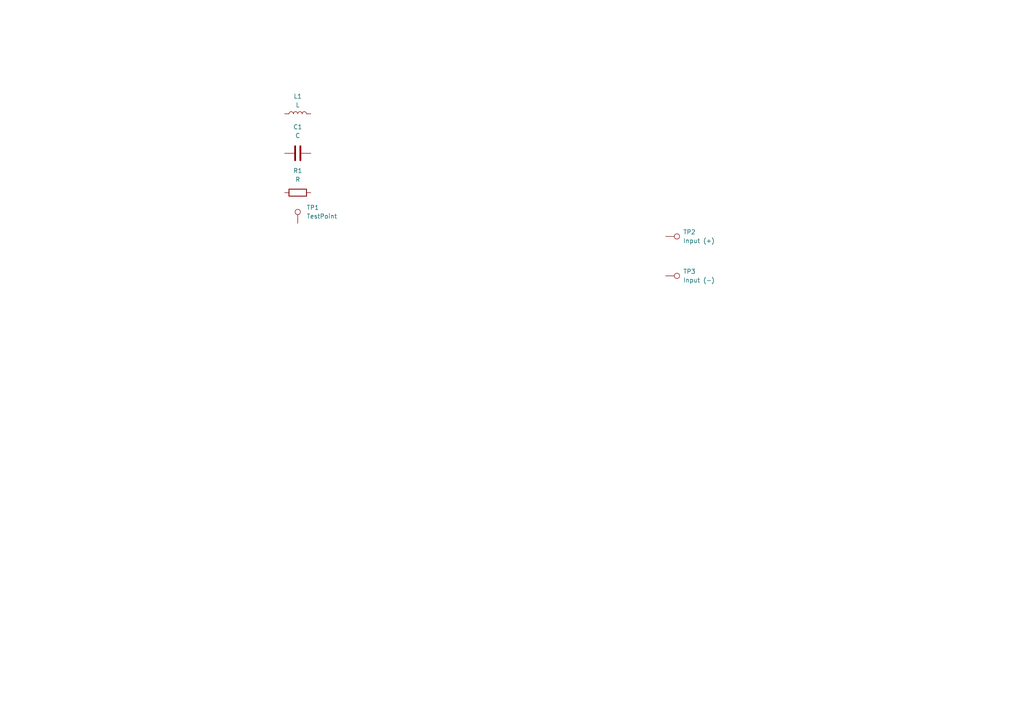
<source format=kicad_sch>
(kicad_sch (version 20250114) (generator "eeschema") (generator_version "9.0")
  (paper "A4")
  (lib_symbols
    (symbol "Connector:TestPoint" (pin_numbers (hide yes)) (pin_names (offset 0.762) (hide yes))
      (property "Reference" "TP" (at 0 6.858 0))
      (property "Value" "TestPoint" (at 0 5.08 0))
      (symbol "TestPoint_0_1"
        (circle (center 0 3.302) (radius 0.762))
      )
      (symbol "TestPoint_1_1"
        (pin passive line (at 0 0 90) (length 2.54) (name "1") (number "1"))
      )
    )
    (symbol "Device:C" (pin_numbers (hide yes)) (pin_names (offset 0.254))
      (property "Reference" "C" (at 0.635 2.54 0))
      (property "Value" "C" (at 0.635 -2.54 0))
      (symbol "C_0_1"
        (polyline (pts (xy -2.032 0.762) (xy 2.032 0.762)) (stroke (width 0.508)))
        (polyline (pts (xy -2.032 -0.762) (xy 2.032 -0.762)) (stroke (width 0.508)))
      )
      (symbol "C_1_1"
        (pin passive line (at 0 3.81 270) (length 2.794) (name "~") (number "1"))
        (pin passive line (at 0 -3.81 90) (length 2.794) (name "~") (number "2"))
      )
    )
    (symbol "Device:L" (pin_numbers (hide yes)) (pin_names (offset 1.016) (hide yes))
      (property "Reference" "L" (at -1.27 0 90))
      (property "Value" "L" (at 1.905 0 90))
      (symbol "L_0_1"
        (arc (start 0 2.54) (mid 0.6323 1.905) (end 0 1.27))
        (arc (start 0 1.27) (mid 0.6323 0.635) (end 0 0))
        (arc (start 0 0) (mid 0.6323 -0.635) (end 0 -1.27))
        (arc (start 0 -1.27) (mid 0.6323 -1.905) (end 0 -2.54))
      )
      (symbol "L_1_1"
        (pin passive line (at 0 3.81 270) (length 1.27) (name "1") (number "1"))
        (pin passive line (at 0 -3.81 90) (length 1.27) (name "2") (number "2"))
      )
    )
    (symbol "Device:R" (pin_numbers (hide yes)) (pin_names (offset 0))
      (property "Reference" "R" (at 2.032 0 90))
      (property "Value" "R" (at 0 0 90))
      (symbol "R_0_1"
        (rectangle (start -1.016 -2.54) (end 1.016 2.54) (stroke (width 0.254)))
      )
      (symbol "R_1_1"
        (pin passive line (at 0 3.81 270) (length 1.27) (name "~") (number "1"))
        (pin passive line (at 0 -3.81 90) (length 1.27) (name "~") (number "2"))
      )
    )
  )
  (symbol (lib_id "Device:L") (at 86.36 33.02 90) (unit 1)
    (property "Reference" "L1" (at 86.36 27.94 90))
    (property "Value" "L" (at 86.36 30.48 90))
    (property "Description" "Inductor" (effects (hide yes)))
  )
  (symbol (lib_id "Connector:TestPoint") (at 193.04 80.01 270) (unit 1)
    (property "Reference" "TP3" (at 198.12 78.7399 90) (effects (justify left)))
    (property "Value" "Input (-)" (at 198.12 81.2799 90) (effects (justify left)))
    (property "Footprint" "TestPoint:TestPoint_Pad_D1.5mm" (effects (hide yes)))
    (property "Description" "test point" (effects (hide yes)))
  )
  (symbol (lib_id "Device:R") (at 86.36 55.88 90) (unit 1)
    (property "Reference" "R1" (at 86.36 49.53 90))
    (property "Value" "R" (at 86.36 52.07 90))
    (property "Description" "Resistor" (effects (hide yes)))
  )
  (symbol (lib_id "Device:C") (at 86.36 44.45 90) (unit 1)
    (property "Reference" "C1" (at 86.36 36.83 90))
    (property "Value" "C" (at 86.36 39.37 90))
    (property "Footprint" "Capacitor_SMD:C_0201_0603Metric_Pad0.64x0.40mm_HandSolder" (effects (hide yes)))
    (property "Description" "Unpolarized capacitor" (effects (hide yes)))
  )
  (symbol (lib_id "Connector:TestPoint") (at 86.36 64.77 0) (unit 1)
    (property "Reference" "TP1" (at 88.9 60.1979 0) (effects (justify left)))
    (property "Value" "TestPoint" (at 88.9 62.7379 0) (effects (justify left)))
    (property "Footprint" "TestPoint:TestPoint_Pad_D1.5mm" (effects (hide yes)))
    (property "Description" "test point" (effects (hide yes)))
  )
  (symbol (lib_id "Connector:TestPoint") (at 193.04 68.58 270) (unit 1)
    (property "Reference" "TP2" (at 198.12 67.3099 90) (effects (justify left)))
    (property "Value" "Input (+)" (at 198.12 69.8499 90) (effects (justify left)))
    (property "Footprint" "TestPoint:TestPoint_Pad_D1.5mm" (effects (hide yes)))
    (property "Description" "test point" (effects (hide yes)))
  )
)
</source>
